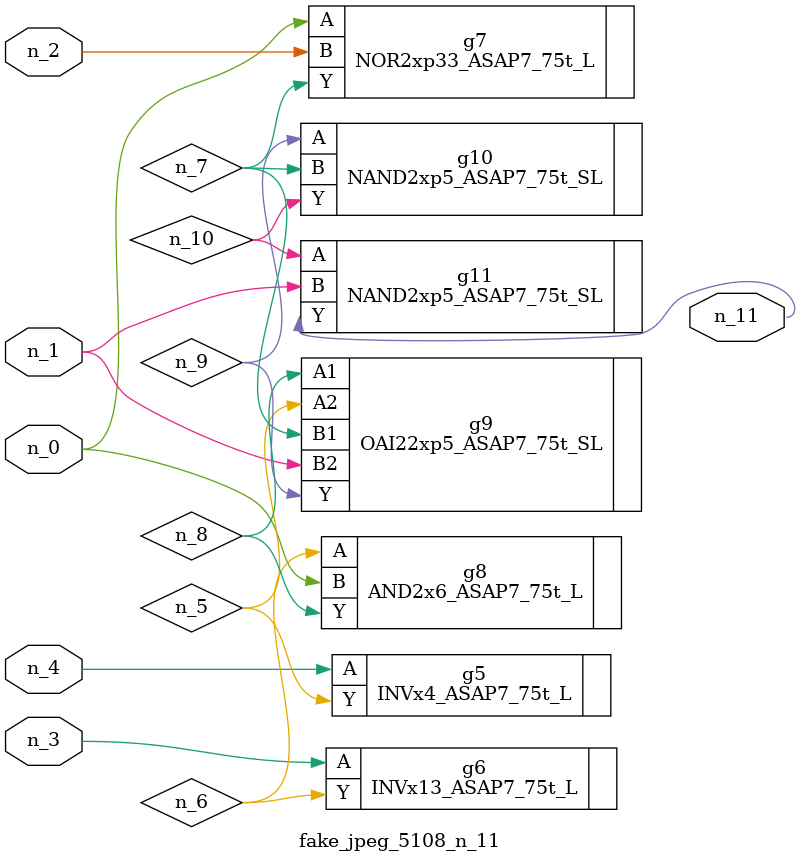
<source format=v>
module fake_jpeg_5108_n_11 (n_3, n_2, n_1, n_0, n_4, n_11);

input n_3;
input n_2;
input n_1;
input n_0;
input n_4;

output n_11;

wire n_10;
wire n_8;
wire n_9;
wire n_6;
wire n_5;
wire n_7;

INVx4_ASAP7_75t_L g5 ( 
.A(n_4),
.Y(n_5)
);

INVx13_ASAP7_75t_L g6 ( 
.A(n_3),
.Y(n_6)
);

NOR2xp33_ASAP7_75t_L g7 ( 
.A(n_0),
.B(n_2),
.Y(n_7)
);

AND2x6_ASAP7_75t_L g8 ( 
.A(n_6),
.B(n_0),
.Y(n_8)
);

OAI22xp5_ASAP7_75t_SL g9 ( 
.A1(n_8),
.A2(n_5),
.B1(n_7),
.B2(n_1),
.Y(n_9)
);

NAND2xp5_ASAP7_75t_SL g10 ( 
.A(n_9),
.B(n_7),
.Y(n_10)
);

NAND2xp5_ASAP7_75t_SL g11 ( 
.A(n_10),
.B(n_1),
.Y(n_11)
);


endmodule
</source>
